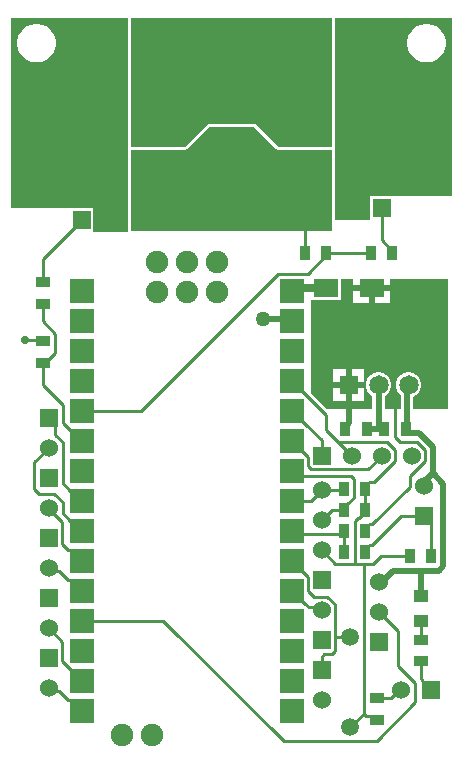
<source format=gbr>
%TF.GenerationSoftware,Altium Limited,Altium Designer,22.10.1 (41)*%
G04 Layer_Physical_Order=1*
G04 Layer_Color=255*
%FSLAX26Y26*%
%MOIN*%
%TF.SameCoordinates,59CDB8F9-364B-4C5A-A8AF-F7A69B8E0267*%
%TF.FilePolarity,Positive*%
%TF.FileFunction,Copper,L1,Top,Signal*%
%TF.Part,Single*%
G01*
G75*
%TA.AperFunction,BGAPad,CuDef*%
%ADD10R,0.080000X0.080000*%
%TA.AperFunction,SMDPad,CuDef*%
%ADD11R,0.051181X0.037402*%
%ADD12R,0.047244X0.043307*%
%ADD13R,0.037402X0.051181*%
%ADD14R,0.084646X0.064961*%
%TA.AperFunction,Conductor*%
%ADD15C,0.010000*%
%ADD16C,0.020000*%
%ADD17C,0.025000*%
%TA.AperFunction,ComponentPad*%
%ADD18R,0.140000X0.140000*%
%ADD19C,0.140000*%
%ADD20R,0.140000X0.140000*%
%ADD21C,0.060000*%
%ADD22R,0.060000X0.060000*%
%ADD23R,0.060000X0.060000*%
%ADD24C,0.090000*%
%ADD25C,0.064961*%
%ADD26R,0.064961X0.064961*%
%ADD27C,0.059055*%
%ADD28R,0.059055X0.059055*%
%TA.AperFunction,ViaPad*%
%ADD29C,0.075000*%
%ADD30C,0.010000*%
%ADD31C,0.050000*%
%ADD32C,0.028000*%
G36*
X1084804Y2055000D02*
X905000D01*
X830000Y2130000D01*
X670000D01*
X595000Y2055000D01*
X415196D01*
Y2484707D01*
X1084804D01*
Y2055000D01*
D02*
G37*
G36*
X1485000Y2485000D02*
X1485000Y1890000D01*
X1290000D01*
X1290000Y1890000D01*
Y1890000D01*
X1285213Y1889527D01*
X1210473D01*
Y1810473D01*
X1205668Y1810000D01*
X1095000D01*
Y2485000D01*
X1485000Y2485000D01*
D02*
G37*
G36*
X897790Y2047790D02*
X901098Y2045580D01*
X905000Y2044804D01*
X1084804D01*
Y1810000D01*
X1085000Y1809015D01*
Y1772500D01*
X415196D01*
Y1965575D01*
X415950Y2044804D01*
X595000D01*
X598902Y2045580D01*
X602210Y2047790D01*
X674224Y2119804D01*
X825777D01*
X897790Y2047790D01*
D02*
G37*
G36*
X405000Y1770000D02*
X294332D01*
X289527Y1770473D01*
Y1849527D01*
X210473D01*
X210000Y1850000D01*
X205391Y1850000D01*
X15000D01*
X15000Y2485000D01*
X405000Y2485000D01*
Y1770000D01*
D02*
G37*
G36*
X1470000Y1180000D02*
X1356100D01*
Y1220335D01*
X1356397Y1220415D01*
X1366083Y1226007D01*
X1373993Y1233917D01*
X1379585Y1243603D01*
X1382480Y1254407D01*
Y1265593D01*
X1379585Y1276397D01*
X1373993Y1286083D01*
X1366083Y1293993D01*
X1356397Y1299585D01*
X1345593Y1302480D01*
X1334407D01*
X1323603Y1299585D01*
X1313917Y1293993D01*
X1306007Y1286083D01*
X1300415Y1276397D01*
X1297520Y1265593D01*
Y1254407D01*
X1300415Y1243603D01*
X1306007Y1233917D01*
X1313917Y1226007D01*
X1315317Y1225199D01*
Y1180000D01*
X1260392D01*
Y1222721D01*
X1266083Y1226007D01*
X1273993Y1233917D01*
X1279585Y1243603D01*
X1282480Y1254407D01*
Y1265593D01*
X1279585Y1276397D01*
X1273993Y1286083D01*
X1266083Y1293993D01*
X1256397Y1299585D01*
X1245593Y1302480D01*
X1234407D01*
X1223603Y1299585D01*
X1213917Y1293993D01*
X1206007Y1286083D01*
X1200415Y1276397D01*
X1197520Y1265593D01*
Y1254407D01*
X1200415Y1243603D01*
X1206007Y1233917D01*
X1213917Y1226007D01*
X1219608Y1222721D01*
Y1180000D01*
X1067842D01*
X1015000Y1232842D01*
Y1542520D01*
X1115551D01*
Y1615000D01*
X1154449D01*
Y1595000D01*
X1216772D01*
X1279094D01*
Y1615000D01*
X1470000D01*
Y1180000D01*
D02*
G37*
%LPC*%
G36*
X1406317Y2464134D02*
X1393683D01*
X1381293Y2461669D01*
X1369621Y2456835D01*
X1359117Y2449816D01*
X1350184Y2440883D01*
X1343165Y2430379D01*
X1338331Y2418707D01*
X1335866Y2406317D01*
Y2393683D01*
X1338331Y2381293D01*
X1343165Y2369621D01*
X1350184Y2359117D01*
X1359117Y2350184D01*
X1369621Y2343165D01*
X1381293Y2338331D01*
X1393683Y2335866D01*
X1406317D01*
X1418707Y2338331D01*
X1430379Y2343165D01*
X1440883Y2350184D01*
X1449816Y2359117D01*
X1456835Y2369621D01*
X1461669Y2381293D01*
X1464134Y2393683D01*
Y2406317D01*
X1461669Y2418707D01*
X1456835Y2430379D01*
X1449816Y2440883D01*
X1440883Y2449816D01*
X1430379Y2456835D01*
X1418707Y2461669D01*
X1406317Y2464134D01*
D02*
G37*
G36*
X106317D02*
X93683D01*
X81293Y2461669D01*
X69621Y2456835D01*
X59117Y2449816D01*
X50184Y2440883D01*
X43165Y2430379D01*
X38331Y2418707D01*
X35866Y2406317D01*
Y2393683D01*
X38331Y2381293D01*
X43165Y2369621D01*
X50184Y2359117D01*
X59117Y2350184D01*
X69621Y2343165D01*
X81293Y2338331D01*
X93683Y2335866D01*
X106317D01*
X118707Y2338331D01*
X130379Y2343165D01*
X140883Y2350184D01*
X149816Y2359117D01*
X156835Y2369621D01*
X161669Y2381293D01*
X164134Y2393683D01*
Y2406317D01*
X161669Y2418707D01*
X156835Y2430379D01*
X149816Y2440883D01*
X140883Y2449816D01*
X130379Y2456835D01*
X118707Y2461669D01*
X106317Y2464134D01*
D02*
G37*
G36*
X1279094Y1575000D02*
X1226772D01*
Y1532520D01*
X1279094D01*
Y1575000D01*
D02*
G37*
G36*
X1206772D02*
X1154449D01*
Y1532520D01*
X1206772D01*
Y1575000D01*
D02*
G37*
G36*
X1192480Y1312480D02*
X1150000D01*
Y1270000D01*
X1192480D01*
Y1312480D01*
D02*
G37*
G36*
X1130000D02*
X1087520D01*
Y1270000D01*
X1130000D01*
Y1312480D01*
D02*
G37*
G36*
X1192480Y1250000D02*
X1150000D01*
Y1207520D01*
X1192480D01*
Y1250000D01*
D02*
G37*
G36*
X1130000D02*
X1087520D01*
Y1207520D01*
X1130000D01*
Y1250000D01*
D02*
G37*
%LPD*%
D10*
X250000Y1475000D02*
D03*
Y1375000D02*
D03*
Y1275000D02*
D03*
Y1175000D02*
D03*
Y1075000D02*
D03*
Y975000D02*
D03*
Y875000D02*
D03*
Y775000D02*
D03*
Y675000D02*
D03*
Y575000D02*
D03*
Y475000D02*
D03*
Y375000D02*
D03*
Y275000D02*
D03*
Y175000D02*
D03*
X950000Y1575000D02*
D03*
Y1475000D02*
D03*
Y1375000D02*
D03*
Y1275000D02*
D03*
Y1175000D02*
D03*
Y1075000D02*
D03*
Y975000D02*
D03*
Y875000D02*
D03*
Y775000D02*
D03*
Y175000D02*
D03*
Y275000D02*
D03*
Y375000D02*
D03*
Y475000D02*
D03*
Y575000D02*
D03*
Y675000D02*
D03*
X250000Y1575000D02*
D03*
D11*
X1380000Y411417D02*
D03*
Y338583D02*
D03*
X120000Y1333583D02*
D03*
Y1406417D02*
D03*
Y1530000D02*
D03*
Y1602835D02*
D03*
X1235000Y143583D02*
D03*
Y216417D02*
D03*
D12*
X1380000Y473661D02*
D03*
Y556339D02*
D03*
D13*
X1196417Y775000D02*
D03*
X1123583D02*
D03*
X1343583Y690000D02*
D03*
X1416417D02*
D03*
X1196417Y705000D02*
D03*
X1123583D02*
D03*
Y845000D02*
D03*
X1196417D02*
D03*
X1123583Y915000D02*
D03*
X1196417D02*
D03*
X993583Y1700000D02*
D03*
X1066417D02*
D03*
X1213583D02*
D03*
X1286417D02*
D03*
X1331417Y1115000D02*
D03*
X1258583D02*
D03*
X1128583D02*
D03*
X1201417D02*
D03*
D14*
X1216772Y1585000D02*
D03*
X1063228D02*
D03*
D15*
X1158461Y664409D02*
X1189896D01*
X250000Y1175000D02*
X448787D01*
X903787Y1630000D02*
X1003307D01*
X448787Y1175000D02*
X903787Y1630000D01*
X60000Y1410000D02*
X116417D01*
X120000Y1406417D01*
X1390000Y825000D02*
X1416417Y798583D01*
X1246922Y690000D02*
X1343583D01*
X1416417D02*
Y798583D01*
X1316417Y825000D02*
X1390000D01*
X1217008Y725591D02*
X1316417Y825000D01*
X1196417Y705000D02*
Y711890D01*
X1210118Y725591D01*
X1217008D01*
X993583Y1793583D02*
X1050000Y1850000D01*
X993583Y1700000D02*
Y1793583D01*
X1240000Y505000D02*
X1305555Y439445D01*
Y322625D02*
Y439445D01*
Y322625D02*
X1362500Y265680D01*
Y202043D02*
Y265680D01*
X1233430Y72972D02*
X1362500Y202043D01*
X924504Y72972D02*
X1233430D01*
X522476Y475000D02*
X924504Y72972D01*
X250000Y475000D02*
X522476D01*
X1095000Y373787D02*
Y420000D01*
X1189896Y164896D02*
Y664409D01*
X1085607Y364394D02*
X1095000Y373787D01*
X1050000Y355000D02*
X1059393Y364394D01*
X1095000Y420000D02*
Y528640D01*
X1059393Y364394D02*
X1085607D01*
X1050000Y310000D02*
Y355000D01*
X1095000Y420000D02*
X1145000D01*
Y120000D02*
X1189896Y164896D01*
X1197509Y157284D01*
X1221299D01*
X245000Y480000D02*
X250000Y475000D01*
X1380000Y280000D02*
X1415000Y245000D01*
X1380000Y280000D02*
Y338583D01*
Y411417D02*
Y473661D01*
X1308526Y245000D02*
X1315000D01*
X1235000Y216417D02*
X1279943D01*
X1308526Y245000D01*
X1221299Y157284D02*
X1235000Y143583D01*
X1189896Y664409D02*
X1221331D01*
X950000Y675000D02*
X995000Y630000D01*
X996213D01*
X1005000Y573787D02*
Y621213D01*
X996213Y630000D02*
X1005000Y621213D01*
Y573787D02*
X1023787Y555000D01*
X1068640D02*
X1095000Y528640D01*
X1023787Y555000D02*
X1068640D01*
X1006646Y519567D02*
X1040433D01*
X996213Y530000D02*
X1006646Y519567D01*
X1040433D02*
X1050000Y510000D01*
X995000Y530000D02*
X996213D01*
X950000Y575000D02*
X995000Y530000D01*
X120000Y1602835D02*
Y1680000D01*
X250000Y1810000D01*
X133701Y1347284D02*
X142284D01*
X120000Y1333583D02*
X133701Y1347284D01*
X142284D02*
X160591Y1365591D01*
Y1431331D01*
X120000Y1471922D02*
X160591Y1431331D01*
X120000Y1471922D02*
Y1530000D01*
X215000Y1110000D02*
X250000Y1075000D01*
X187500Y1132751D02*
X210251Y1110000D01*
X215000D01*
X185000Y730000D02*
X205000Y710000D01*
X185000Y730000D02*
Y803432D01*
X215000Y710000D02*
X250000Y675000D01*
X205000Y710000D02*
X215000D01*
X174567Y640433D02*
X205000Y610000D01*
X215000D01*
X250000Y575000D01*
X149567Y640433D02*
X174567D01*
Y240433D02*
X205000Y210000D01*
X215000D02*
X250000Y175000D01*
X149567Y240433D02*
X174567D01*
X205000Y210000D02*
X215000D01*
X140000Y250000D02*
X149567Y240433D01*
X213787Y310000D02*
X215000D01*
X250000Y275000D01*
X140000Y450000D02*
X185000Y405000D01*
Y338787D02*
Y405000D01*
Y338787D02*
X213787Y310000D01*
X140000Y650000D02*
X149567Y640433D01*
X140000Y848432D02*
X185000Y803432D01*
X140000Y848432D02*
Y850000D01*
X217500Y807500D02*
X250000Y775000D01*
X212751Y807500D02*
X217500D01*
X187500Y832751D02*
X212751Y807500D01*
X187500Y832751D02*
Y869675D01*
X159675Y897500D02*
X187500Y869675D01*
X107751Y897500D02*
X159675D01*
X92500Y912751D02*
X107751Y897500D01*
X92500Y1002500D02*
X140000Y1050000D01*
X92500Y912751D02*
Y1002500D01*
X187500Y1132751D02*
Y1193817D01*
X212751Y907500D02*
X217500D01*
X187500Y932751D02*
X212751Y907500D01*
X187500Y932751D02*
Y1069675D01*
X162500Y1094675D02*
Y1127500D01*
X140000Y1150000D02*
X162500Y1127500D01*
X217500Y907500D02*
X250000Y875000D01*
X162500Y1094675D02*
X187500Y1069675D01*
X120000Y1261317D02*
X187500Y1193817D01*
X120000Y1261317D02*
Y1333583D01*
X1050000Y710000D02*
X1095591Y664409D01*
X1158461D01*
X1196417Y781890D02*
X1210118Y795591D01*
X1345000Y921188D02*
Y956360D01*
X1210118Y795591D02*
X1219402D01*
X1345000Y921188D01*
X1196417Y775000D02*
Y781890D01*
X1158461Y664409D02*
X1162716Y668665D01*
Y806803D01*
X1221331Y664409D02*
X1246922Y690000D01*
X1162716Y806803D02*
X1171504Y815591D01*
X1173898D01*
X1196417Y838110D01*
X1295000Y1085913D02*
Y1195000D01*
Y1085913D02*
X1310913Y1070000D01*
X1368640D02*
X1395000Y1043640D01*
X1345000Y956360D02*
X1395000Y1006360D01*
X1295000D02*
Y1043640D01*
X1395000Y1006360D02*
Y1043640D01*
X1268640Y1070000D02*
X1295000Y1043640D01*
X1224230Y935591D02*
X1295000Y1006360D01*
X1310913Y1070000D02*
X1368640D01*
X1105000D02*
X1268640D01*
X1210118Y935591D02*
X1224230D01*
X1196417Y915000D02*
Y921890D01*
Y845000D02*
Y915000D01*
Y921890D02*
X1210118Y935591D01*
X1123583Y705000D02*
Y775000D01*
X1003307Y1630000D02*
X1066417Y1693110D01*
Y1700000D01*
X996213Y1230000D02*
X1065710Y1160503D01*
Y1109290D02*
X1105000Y1070000D01*
X950000Y1275000D02*
X995000Y1230000D01*
X1065710Y1109290D02*
Y1160503D01*
X995000Y1230000D02*
X996213D01*
X1105000Y1070000D02*
X1150000Y1025000D01*
X1113583Y765000D02*
X1123583Y775000D01*
X960000Y765000D02*
X1113583D01*
X950000Y775000D02*
X960000Y765000D01*
X1013787Y980000D02*
X1205000D01*
X1250000Y1025000D01*
X950000Y1175000D02*
X995000Y1130000D01*
X1050000Y1025000D02*
Y1076213D01*
X995000Y1130000D02*
X996213D01*
X1050000Y1076213D01*
X1196417Y838110D02*
Y845000D01*
X969409Y955591D02*
X1148497D01*
X1157284Y946804D01*
X1137284Y865591D02*
X1139678D01*
X1123583Y845000D02*
Y851890D01*
X1005000Y988787D02*
X1013787Y980000D01*
X1157284Y883196D02*
Y946804D01*
X1139678Y865591D02*
X1157284Y883196D01*
X986213Y1040000D02*
X1005000Y1021213D01*
X1123583Y851890D02*
X1137284Y865591D01*
X950000Y1075000D02*
X985000Y1040000D01*
X986213D01*
X1250000Y1743307D02*
X1286417Y1706890D01*
X1250000Y1743307D02*
Y1850000D01*
X1286417Y1700000D02*
Y1706890D01*
X1066417Y1700000D02*
X1213583D01*
X1050000Y810000D02*
X1085000Y845000D01*
X1123583D01*
X950000Y975000D02*
X969409Y955591D01*
X1050000Y910000D02*
X1118583D01*
X1123583Y915000D01*
X950000Y875000D02*
X1015000D01*
X1050000Y910000D01*
X1005000Y988787D02*
Y1021213D01*
D16*
X1128583Y1121890D02*
X1140000Y1133307D01*
Y1260000D01*
X1128583Y1115000D02*
Y1121890D01*
X855000Y1480000D02*
X945000D01*
X950000Y1475000D01*
X1380000Y640938D02*
X1439931D01*
X1286762D02*
X1380000D01*
Y556339D02*
Y640938D01*
X1420000Y965824D02*
X1455118Y930706D01*
Y656125D02*
Y930706D01*
X1439931Y640938D02*
X1455118Y656125D01*
X1250824Y605000D02*
X1286762Y640938D01*
X1240000Y605000D02*
X1250824D01*
X1374585Y1099409D02*
X1420000Y1053995D01*
Y965824D02*
Y1053995D01*
X1390000Y925000D02*
Y935824D01*
X1340118Y1099409D02*
X1374585D01*
X1331417Y1108110D02*
X1340118Y1099409D01*
X1390000Y935824D02*
X1420000Y965824D01*
X1331417Y1108110D02*
Y1115000D01*
X1201417D02*
X1240000D01*
Y1260000D01*
Y1115000D02*
X1258583D01*
X1335709Y1255709D02*
X1340000Y1260000D01*
X1335709Y1119291D02*
Y1255709D01*
X1331417Y1115000D02*
X1335709Y1119291D01*
D17*
X960000Y1585000D02*
X1063228D01*
X950000Y1575000D02*
X960000Y1585000D01*
D18*
X750000Y2040000D02*
D03*
D19*
Y2340000D02*
D03*
X490000Y2390000D02*
D03*
X1010000D02*
D03*
D20*
X290000D02*
D03*
X1210000D02*
D03*
D21*
X1050000Y910000D02*
D03*
Y710000D02*
D03*
Y810000D02*
D03*
X1250000Y1025000D02*
D03*
X1150000D02*
D03*
X1350000D02*
D03*
X1240000Y505000D02*
D03*
Y605000D02*
D03*
X1315000Y245000D02*
D03*
X1390000Y925000D02*
D03*
X140000Y1050000D02*
D03*
X1050000Y510000D02*
D03*
X140000Y650000D02*
D03*
Y250000D02*
D03*
X1050000Y210000D02*
D03*
X140000Y850000D02*
D03*
Y450000D02*
D03*
D22*
X1050000Y610000D02*
D03*
X1240000Y405000D02*
D03*
X1390000Y825000D02*
D03*
X140000Y1150000D02*
D03*
X1050000Y410000D02*
D03*
X140000Y750000D02*
D03*
Y350000D02*
D03*
X1050000Y310000D02*
D03*
X140000Y950000D02*
D03*
Y550000D02*
D03*
D23*
X1050000Y1025000D02*
D03*
X1415000Y245000D02*
D03*
D24*
X570000Y2110000D02*
D03*
X70000D02*
D03*
X930000D02*
D03*
X1430000D02*
D03*
D25*
X1340000Y1260000D02*
D03*
X1240000D02*
D03*
D26*
X1140000D02*
D03*
D27*
X450000Y1810000D02*
D03*
X350000D02*
D03*
X1145000Y420000D02*
D03*
Y120000D02*
D03*
X1150000Y1850000D02*
D03*
X1050000D02*
D03*
D28*
X250000Y1810000D02*
D03*
X1250000Y1850000D02*
D03*
D29*
X485000Y95000D02*
D03*
X385000D02*
D03*
X500000Y1571000D02*
D03*
Y1671000D02*
D03*
X600000Y1571000D02*
D03*
Y1671000D02*
D03*
X700000Y1571000D02*
D03*
Y1671000D02*
D03*
D30*
X1060000Y2000000D02*
D03*
X1040000Y1960000D02*
D03*
X1060000Y1920000D02*
D03*
X1040000Y1800000D02*
D03*
X1020000Y2000000D02*
D03*
X1000000Y1960000D02*
D03*
X1020000Y1920000D02*
D03*
X1000000Y1880000D02*
D03*
Y1800000D02*
D03*
X980000Y2000000D02*
D03*
Y1920000D02*
D03*
Y1840000D02*
D03*
X880000Y2040000D02*
D03*
Y1960000D02*
D03*
Y1880000D02*
D03*
Y1800000D02*
D03*
X840000Y2040000D02*
D03*
X860000Y2000000D02*
D03*
X840000Y1960000D02*
D03*
X860000Y1920000D02*
D03*
X840000Y1880000D02*
D03*
X860000Y1840000D02*
D03*
X840000Y1800000D02*
D03*
X800000Y1960000D02*
D03*
X820000Y1920000D02*
D03*
X800000Y1880000D02*
D03*
X820000Y1840000D02*
D03*
X800000Y1800000D02*
D03*
X760000Y1960000D02*
D03*
X780000Y1920000D02*
D03*
X760000Y1880000D02*
D03*
X780000Y1840000D02*
D03*
X760000Y1800000D02*
D03*
X720000Y1960000D02*
D03*
X740000Y1920000D02*
D03*
X720000Y1880000D02*
D03*
X740000Y1840000D02*
D03*
X720000Y1800000D02*
D03*
X680000Y1960000D02*
D03*
X700000Y1920000D02*
D03*
X680000Y1880000D02*
D03*
X700000Y1840000D02*
D03*
X680000Y1800000D02*
D03*
X660000Y2080000D02*
D03*
X640000Y2040000D02*
D03*
X660000Y2000000D02*
D03*
X640000Y1960000D02*
D03*
X660000Y1920000D02*
D03*
X640000Y1880000D02*
D03*
X660000Y1840000D02*
D03*
X640000Y1800000D02*
D03*
X600000Y2040000D02*
D03*
X620000Y2000000D02*
D03*
X600000Y1960000D02*
D03*
X620000Y1920000D02*
D03*
X600000Y1880000D02*
D03*
X620000Y1840000D02*
D03*
X600000Y1800000D02*
D03*
X580000Y2000000D02*
D03*
X560000Y1960000D02*
D03*
X580000Y1920000D02*
D03*
X560000Y1880000D02*
D03*
X580000Y1840000D02*
D03*
X560000Y1800000D02*
D03*
X540000Y2000000D02*
D03*
X520000Y1960000D02*
D03*
X540000Y1920000D02*
D03*
X520000Y1880000D02*
D03*
X540000Y1840000D02*
D03*
X520000Y1800000D02*
D03*
X500000Y2000000D02*
D03*
X480000Y1960000D02*
D03*
X500000Y1920000D02*
D03*
X480000Y1880000D02*
D03*
X500000Y1840000D02*
D03*
X460000Y2000000D02*
D03*
X440000Y1960000D02*
D03*
X460000Y1920000D02*
D03*
X440000Y1880000D02*
D03*
D31*
X855000Y1480000D02*
D03*
D32*
X60000Y1410000D02*
D03*
%TF.MD5,779a1f2991ffc14dfe8b589e28464b1d*%
M02*

</source>
